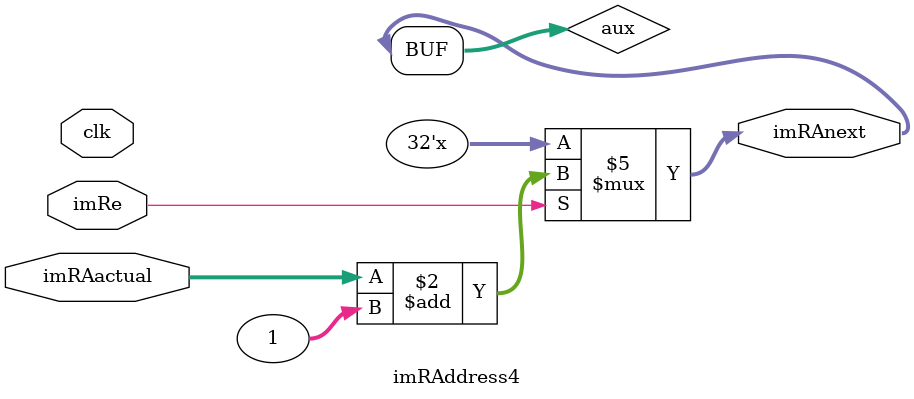
<source format=sv>

module imRAddress4(
		input clk,
		input logic[31:0] imRAactual,
		input logic imRe, //image memory read enable
		output logic[31:0] imRAnext
);
	logic [31:0] aux = 0;
	always@(*)begin
		if(imRe)begin
				aux = imRAactual + 32'b1;
		end
	end
	assign imRAnext = aux;
endmodule 
</source>
